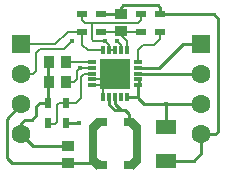
<source format=gtl>
G04*
G04 #@! TF.GenerationSoftware,Altium Limited,Altium Designer,18.1.9 (240)*
G04*
G04 Layer_Physical_Order=1*
G04 Layer_Color=255*
%FSLAX25Y25*%
%MOIN*%
G70*
G01*
G75*
%ADD10C,0.00984*%
%ADD12C,0.00591*%
%ADD14R,0.03543X0.02362*%
%ADD15R,0.02362X0.03543*%
%ADD16R,0.03937X0.03347*%
%ADD17R,0.03347X0.03937*%
G04:AMPARAMS|DCode=18|XSize=30.96mil|YSize=35.52mil|CornerRadius=0.16mil|HoleSize=0mil|Usage=FLASHONLY|Rotation=225.000|XOffset=0mil|YOffset=0mil|HoleType=Round|Shape=RoundedRectangle|*
%AMROUNDEDRECTD18*
21,1,0.03096,0.03521,0,0,225.0*
21,1,0.03065,0.03552,0,0,225.0*
1,1,0.00031,-0.02329,0.00161*
1,1,0.00031,-0.00161,0.02329*
1,1,0.00031,0.02329,-0.00161*
1,1,0.00031,0.00161,-0.02329*
%
%ADD18ROUNDEDRECTD18*%
G04:AMPARAMS|DCode=19|XSize=31.97mil|YSize=27.56mil|CornerRadius=0.14mil|HoleSize=0mil|Usage=FLASHONLY|Rotation=0.000|XOffset=0mil|YOffset=0mil|HoleType=Round|Shape=RoundedRectangle|*
%AMROUNDEDRECTD19*
21,1,0.03197,0.02728,0,0,0.0*
21,1,0.03169,0.02756,0,0,0.0*
1,1,0.00028,0.01585,-0.01364*
1,1,0.00028,-0.01585,-0.01364*
1,1,0.00028,-0.01585,0.01364*
1,1,0.00028,0.01585,0.01364*
%
%ADD19ROUNDEDRECTD19*%
G04:AMPARAMS|DCode=20|XSize=122.99mil|YSize=27.56mil|CornerRadius=0.14mil|HoleSize=0mil|Usage=FLASHONLY|Rotation=90.000|XOffset=0mil|YOffset=0mil|HoleType=Round|Shape=RoundedRectangle|*
%AMROUNDEDRECTD20*
21,1,0.12299,0.02728,0,0,90.0*
21,1,0.12272,0.02756,0,0,90.0*
1,1,0.00028,0.01364,0.06136*
1,1,0.00028,0.01364,-0.06136*
1,1,0.00028,-0.01364,-0.06136*
1,1,0.00028,-0.01364,0.06136*
%
%ADD20ROUNDEDRECTD20*%
G04:AMPARAMS|DCode=21|XSize=30.96mil|YSize=35.52mil|CornerRadius=0.16mil|HoleSize=0mil|Usage=FLASHONLY|Rotation=135.000|XOffset=0mil|YOffset=0mil|HoleType=Round|Shape=RoundedRectangle|*
%AMROUNDEDRECTD21*
21,1,0.03096,0.03521,0,0,135.0*
21,1,0.03065,0.03552,0,0,135.0*
1,1,0.00031,0.00161,0.02329*
1,1,0.00031,0.02329,0.00161*
1,1,0.00031,-0.00161,-0.02329*
1,1,0.00031,-0.02329,-0.00161*
%
%ADD21ROUNDEDRECTD21*%
%ADD22R,0.09843X0.09843*%
%ADD23R,0.01181X0.02874*%
%ADD24R,0.02874X0.01181*%
%ADD25R,0.07087X0.05118*%
%ADD42C,0.01000*%
%ADD43R,0.06299X0.06299*%
%ADD44C,0.06299*%
%ADD45C,0.01772*%
%ADD46C,0.01968*%
G36*
X55708Y54626D02*
D01*
D02*
G37*
D10*
X18405Y24975D02*
Y38606D01*
X74075Y14528D02*
X75000Y15453D01*
X69350Y14528D02*
X74075D01*
X75000Y15453D02*
Y53051D01*
X73425Y54626D02*
X75000Y53051D01*
X55708Y54626D02*
X73425D01*
X54822Y57480D02*
X55708Y56594D01*
X43406Y57480D02*
X54822D01*
X42618Y56693D02*
X43406Y57480D01*
X55708Y54626D02*
Y56594D01*
X42618Y54527D02*
Y56693D01*
X42520Y54626D02*
X42618Y54527D01*
X36012Y54626D02*
X42520D01*
X24901Y4823D02*
X34055D01*
X48524Y30831D02*
Y32661D01*
X24311Y18209D02*
X24311Y18209D01*
X28543D01*
X57480Y24528D02*
X69350D01*
X50334D02*
X57480D01*
X57480Y24527D02*
X57480Y24528D01*
X57480Y17126D02*
Y24527D01*
X14370Y23917D02*
X15453Y25000D01*
X14370Y20866D02*
Y23917D01*
X12894Y19390D02*
X14370Y20866D01*
X18405Y38606D02*
X18504Y38705D01*
X15478Y24975D02*
X18405D01*
X15453Y25000D02*
X15478Y24975D01*
X10531Y19390D02*
X12894D01*
X9350Y18209D02*
X10531Y19390D01*
X9350Y14528D02*
Y18209D01*
X4528Y19705D02*
X9350Y24528D01*
X4528Y6594D02*
Y19705D01*
Y6594D02*
X6299Y4823D01*
X24901D01*
X34055D02*
X34338Y5106D01*
X9350Y14528D02*
X13347Y10531D01*
X24901D01*
X66831Y5708D02*
X69350Y8228D01*
X57480Y5708D02*
X66831D01*
X69350Y8228D02*
Y14528D01*
X69291Y44587D02*
X69350Y44528D01*
X63090Y44587D02*
X69291D01*
X55240Y36736D02*
X63090Y44587D01*
X48386Y36736D02*
X55240D01*
X69110Y34768D02*
X69350Y34528D01*
X48386Y34768D02*
X69110D01*
X48386Y26476D02*
X50334Y24528D01*
X44586Y27031D02*
X48386D01*
Y30831D01*
Y26476D02*
Y27031D01*
X57480Y17126D02*
X57480Y17126D01*
X42618Y22539D02*
X43799D01*
X40453D02*
X42618D01*
X40649Y24508D02*
X42618Y22539D01*
X40649Y24508D02*
Y27031D01*
X43799Y22539D02*
X45201Y21138D01*
Y18701D02*
Y21138D01*
X38681Y24311D02*
X40453Y22539D01*
X38681Y24311D02*
Y27031D01*
D12*
X23425Y42913D02*
X26181Y45669D01*
X15551Y42913D02*
X23425D01*
X14370Y41732D02*
X15551Y42913D01*
X14370Y35630D02*
Y41732D01*
X13268Y34528D02*
X14370Y35630D01*
X9350Y34528D02*
X13268D01*
X41339Y45669D02*
X42618Y44390D01*
Y42504D02*
Y44390D01*
X32913Y32799D02*
X38681D01*
X29134Y26673D02*
Y33760D01*
X27436Y24975D02*
X29134Y26673D01*
X24311Y24975D02*
X27436D01*
X29134Y33760D02*
X30142Y34768D01*
X18405Y18209D02*
X18602Y18012D01*
X20610D01*
X21358Y18760D01*
Y24409D01*
X21924Y24975D01*
X24311D01*
X36712Y30831D02*
X38484Y32602D01*
X36712Y27031D02*
Y30831D01*
X38484Y32602D02*
X38681Y32799D01*
X32913Y30831D02*
X36712D01*
X30142Y34768D02*
X32913D01*
X28960Y36736D02*
X32913D01*
X27854Y35630D02*
X28960Y36736D01*
X27854Y32972D02*
Y35630D01*
X26820Y31938D02*
X27854Y32972D01*
X24212Y31938D02*
X26820D01*
X24212Y38705D02*
X32913D01*
X24803Y48720D02*
X29626D01*
X20610Y44528D02*
X24803Y48720D01*
X9350Y44528D02*
X20610D01*
X29626Y44390D02*
Y48720D01*
Y44390D02*
X31512Y42504D01*
X36712D01*
X38681D02*
Y44390D01*
X37402Y45669D02*
X38681Y44390D01*
X32874Y51673D02*
X48327D01*
X30512D02*
X32874D01*
Y46161D02*
Y51673D01*
Y46161D02*
X33366Y45669D01*
X37402D01*
X38681Y42504D02*
X40649D01*
X29626Y52559D02*
X30512Y51673D01*
X29626Y52559D02*
Y54626D01*
X48327Y51673D02*
X49212Y52559D01*
Y54626D01*
X53740Y44291D02*
X55708Y46260D01*
X50059Y44291D02*
X53740D01*
X48386Y42618D02*
X50059Y44291D01*
X48386Y38705D02*
Y42618D01*
X55708Y46260D02*
Y48720D01*
X42618D02*
X49212D01*
X36012D02*
X42618D01*
Y48819D01*
Y47540D02*
Y48720D01*
X44586Y42504D02*
X44587Y42504D01*
Y45571D01*
X42618Y47540D02*
X44587Y45571D01*
D14*
X36012Y48720D02*
D03*
Y54626D02*
D03*
X49212Y48720D02*
D03*
Y54626D02*
D03*
X55708Y48720D02*
D03*
Y54626D02*
D03*
X29626D02*
D03*
Y48720D02*
D03*
D15*
X24311Y24975D02*
D03*
X18405D02*
D03*
X24311Y18209D02*
D03*
X18405D02*
D03*
D16*
X42618Y54527D02*
D03*
Y48819D02*
D03*
X24901Y4823D02*
D03*
Y10531D02*
D03*
D17*
X18504Y38705D02*
D03*
X24212D02*
D03*
Y31938D02*
D03*
X18504D02*
D03*
D18*
X34338Y5106D02*
D03*
X46960Y17728D02*
D03*
D19*
X36098Y4134D02*
D03*
Y18701D02*
D03*
X45201D02*
D03*
Y4134D02*
D03*
D20*
X33366Y11417D02*
D03*
X47933D02*
D03*
D21*
X34338Y17728D02*
D03*
X46960Y5106D02*
D03*
D22*
X40649Y34768D02*
D03*
D23*
X36712Y42504D02*
D03*
X38681D02*
D03*
X40649D02*
D03*
X42618D02*
D03*
X44586D02*
D03*
Y27031D02*
D03*
X42618D02*
D03*
X40649D02*
D03*
X38681D02*
D03*
X36712D02*
D03*
D24*
X48386Y38705D02*
D03*
Y36736D02*
D03*
Y34768D02*
D03*
Y32799D02*
D03*
Y30831D02*
D03*
X32913D02*
D03*
Y32799D02*
D03*
Y34768D02*
D03*
Y36736D02*
D03*
Y38705D02*
D03*
D25*
X57480Y5708D02*
D03*
Y17126D02*
D03*
D42*
X35508Y5610D02*
X36012Y5106D01*
D43*
X69350Y44528D02*
D03*
X9350D02*
D03*
D44*
X69350Y34528D02*
D03*
Y24528D02*
D03*
Y14528D02*
D03*
X9350Y34528D02*
D03*
Y24528D02*
D03*
Y14528D02*
D03*
D45*
X26181Y45669D02*
D03*
X41339D02*
D03*
X37402D02*
D03*
X28960Y36736D02*
D03*
X28543Y18209D02*
D03*
X57480Y24527D02*
D03*
D46*
X42815Y32602D02*
D03*
X38484D02*
D03*
X42815Y36933D02*
D03*
X38484D02*
D03*
M02*

</source>
